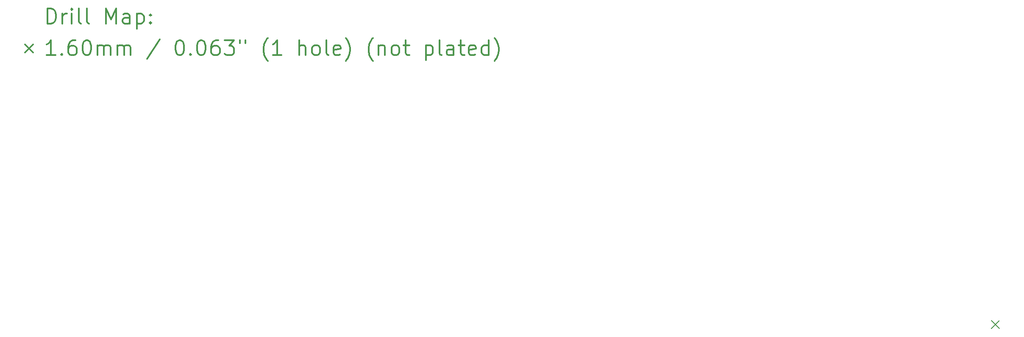
<source format=gbr>
%FSLAX45Y45*%
G04 Gerber Fmt 4.5, Leading zero omitted, Abs format (unit mm)*
G04 Created by KiCad (PCBNEW (5.1.4-0-10_14)) date 2020-02-28 18:02:05*
%MOMM*%
%LPD*%
G04 APERTURE LIST*
%ADD10C,0.200000*%
%ADD11C,0.300000*%
G04 APERTURE END LIST*
D10*
X19139848Y-6401572D02*
X19299848Y-6561572D01*
X19299848Y-6401572D02*
X19139848Y-6561572D01*
D11*
X286429Y-465714D02*
X286429Y-165714D01*
X357857Y-165714D01*
X400714Y-180000D01*
X429286Y-208571D01*
X443571Y-237143D01*
X457857Y-294286D01*
X457857Y-337143D01*
X443571Y-394286D01*
X429286Y-422857D01*
X400714Y-451428D01*
X357857Y-465714D01*
X286429Y-465714D01*
X586429Y-465714D02*
X586429Y-265714D01*
X586429Y-322857D02*
X600714Y-294286D01*
X615000Y-280000D01*
X643571Y-265714D01*
X672143Y-265714D01*
X772143Y-465714D02*
X772143Y-265714D01*
X772143Y-165714D02*
X757857Y-180000D01*
X772143Y-194286D01*
X786428Y-180000D01*
X772143Y-165714D01*
X772143Y-194286D01*
X957857Y-465714D02*
X929286Y-451428D01*
X915000Y-422857D01*
X915000Y-165714D01*
X1115000Y-465714D02*
X1086429Y-451428D01*
X1072143Y-422857D01*
X1072143Y-165714D01*
X1457857Y-465714D02*
X1457857Y-165714D01*
X1557857Y-380000D01*
X1657857Y-165714D01*
X1657857Y-465714D01*
X1929286Y-465714D02*
X1929286Y-308571D01*
X1915000Y-280000D01*
X1886428Y-265714D01*
X1829286Y-265714D01*
X1800714Y-280000D01*
X1929286Y-451428D02*
X1900714Y-465714D01*
X1829286Y-465714D01*
X1800714Y-451428D01*
X1786428Y-422857D01*
X1786428Y-394286D01*
X1800714Y-365714D01*
X1829286Y-351428D01*
X1900714Y-351428D01*
X1929286Y-337143D01*
X2072143Y-265714D02*
X2072143Y-565714D01*
X2072143Y-280000D02*
X2100714Y-265714D01*
X2157857Y-265714D01*
X2186429Y-280000D01*
X2200714Y-294286D01*
X2215000Y-322857D01*
X2215000Y-408571D01*
X2200714Y-437143D01*
X2186429Y-451428D01*
X2157857Y-465714D01*
X2100714Y-465714D01*
X2072143Y-451428D01*
X2343571Y-437143D02*
X2357857Y-451428D01*
X2343571Y-465714D01*
X2329286Y-451428D01*
X2343571Y-437143D01*
X2343571Y-465714D01*
X2343571Y-280000D02*
X2357857Y-294286D01*
X2343571Y-308571D01*
X2329286Y-294286D01*
X2343571Y-280000D01*
X2343571Y-308571D01*
X-160000Y-880000D02*
X0Y-1040000D01*
X0Y-880000D02*
X-160000Y-1040000D01*
X443571Y-1095714D02*
X272143Y-1095714D01*
X357857Y-1095714D02*
X357857Y-795714D01*
X329286Y-838571D01*
X300714Y-867143D01*
X272143Y-881428D01*
X572143Y-1067143D02*
X586429Y-1081429D01*
X572143Y-1095714D01*
X557857Y-1081429D01*
X572143Y-1067143D01*
X572143Y-1095714D01*
X843571Y-795714D02*
X786428Y-795714D01*
X757857Y-810000D01*
X743571Y-824286D01*
X715000Y-867143D01*
X700714Y-924286D01*
X700714Y-1038571D01*
X715000Y-1067143D01*
X729286Y-1081429D01*
X757857Y-1095714D01*
X815000Y-1095714D01*
X843571Y-1081429D01*
X857857Y-1067143D01*
X872143Y-1038571D01*
X872143Y-967143D01*
X857857Y-938571D01*
X843571Y-924286D01*
X815000Y-910000D01*
X757857Y-910000D01*
X729286Y-924286D01*
X715000Y-938571D01*
X700714Y-967143D01*
X1057857Y-795714D02*
X1086429Y-795714D01*
X1115000Y-810000D01*
X1129286Y-824286D01*
X1143571Y-852857D01*
X1157857Y-910000D01*
X1157857Y-981428D01*
X1143571Y-1038571D01*
X1129286Y-1067143D01*
X1115000Y-1081429D01*
X1086429Y-1095714D01*
X1057857Y-1095714D01*
X1029286Y-1081429D01*
X1015000Y-1067143D01*
X1000714Y-1038571D01*
X986428Y-981428D01*
X986428Y-910000D01*
X1000714Y-852857D01*
X1015000Y-824286D01*
X1029286Y-810000D01*
X1057857Y-795714D01*
X1286429Y-1095714D02*
X1286429Y-895714D01*
X1286429Y-924286D02*
X1300714Y-910000D01*
X1329286Y-895714D01*
X1372143Y-895714D01*
X1400714Y-910000D01*
X1415000Y-938571D01*
X1415000Y-1095714D01*
X1415000Y-938571D02*
X1429286Y-910000D01*
X1457857Y-895714D01*
X1500714Y-895714D01*
X1529286Y-910000D01*
X1543571Y-938571D01*
X1543571Y-1095714D01*
X1686428Y-1095714D02*
X1686428Y-895714D01*
X1686428Y-924286D02*
X1700714Y-910000D01*
X1729286Y-895714D01*
X1772143Y-895714D01*
X1800714Y-910000D01*
X1815000Y-938571D01*
X1815000Y-1095714D01*
X1815000Y-938571D02*
X1829286Y-910000D01*
X1857857Y-895714D01*
X1900714Y-895714D01*
X1929286Y-910000D01*
X1943571Y-938571D01*
X1943571Y-1095714D01*
X2529286Y-781428D02*
X2272143Y-1167143D01*
X2915000Y-795714D02*
X2943571Y-795714D01*
X2972143Y-810000D01*
X2986428Y-824286D01*
X3000714Y-852857D01*
X3015000Y-910000D01*
X3015000Y-981428D01*
X3000714Y-1038571D01*
X2986428Y-1067143D01*
X2972143Y-1081429D01*
X2943571Y-1095714D01*
X2915000Y-1095714D01*
X2886428Y-1081429D01*
X2872143Y-1067143D01*
X2857857Y-1038571D01*
X2843571Y-981428D01*
X2843571Y-910000D01*
X2857857Y-852857D01*
X2872143Y-824286D01*
X2886428Y-810000D01*
X2915000Y-795714D01*
X3143571Y-1067143D02*
X3157857Y-1081429D01*
X3143571Y-1095714D01*
X3129286Y-1081429D01*
X3143571Y-1067143D01*
X3143571Y-1095714D01*
X3343571Y-795714D02*
X3372143Y-795714D01*
X3400714Y-810000D01*
X3415000Y-824286D01*
X3429286Y-852857D01*
X3443571Y-910000D01*
X3443571Y-981428D01*
X3429286Y-1038571D01*
X3415000Y-1067143D01*
X3400714Y-1081429D01*
X3372143Y-1095714D01*
X3343571Y-1095714D01*
X3315000Y-1081429D01*
X3300714Y-1067143D01*
X3286428Y-1038571D01*
X3272143Y-981428D01*
X3272143Y-910000D01*
X3286428Y-852857D01*
X3300714Y-824286D01*
X3315000Y-810000D01*
X3343571Y-795714D01*
X3700714Y-795714D02*
X3643571Y-795714D01*
X3615000Y-810000D01*
X3600714Y-824286D01*
X3572143Y-867143D01*
X3557857Y-924286D01*
X3557857Y-1038571D01*
X3572143Y-1067143D01*
X3586428Y-1081429D01*
X3615000Y-1095714D01*
X3672143Y-1095714D01*
X3700714Y-1081429D01*
X3715000Y-1067143D01*
X3729286Y-1038571D01*
X3729286Y-967143D01*
X3715000Y-938571D01*
X3700714Y-924286D01*
X3672143Y-910000D01*
X3615000Y-910000D01*
X3586428Y-924286D01*
X3572143Y-938571D01*
X3557857Y-967143D01*
X3829286Y-795714D02*
X4015000Y-795714D01*
X3915000Y-910000D01*
X3957857Y-910000D01*
X3986428Y-924286D01*
X4000714Y-938571D01*
X4015000Y-967143D01*
X4015000Y-1038571D01*
X4000714Y-1067143D01*
X3986428Y-1081429D01*
X3957857Y-1095714D01*
X3872143Y-1095714D01*
X3843571Y-1081429D01*
X3829286Y-1067143D01*
X4129286Y-795714D02*
X4129286Y-852857D01*
X4243571Y-795714D02*
X4243571Y-852857D01*
X4686429Y-1210000D02*
X4672143Y-1195714D01*
X4643571Y-1152857D01*
X4629286Y-1124286D01*
X4615000Y-1081429D01*
X4600714Y-1010000D01*
X4600714Y-952857D01*
X4615000Y-881428D01*
X4629286Y-838571D01*
X4643571Y-810000D01*
X4672143Y-767143D01*
X4686429Y-752857D01*
X4957857Y-1095714D02*
X4786429Y-1095714D01*
X4872143Y-1095714D02*
X4872143Y-795714D01*
X4843571Y-838571D01*
X4815000Y-867143D01*
X4786429Y-881428D01*
X5315000Y-1095714D02*
X5315000Y-795714D01*
X5443571Y-1095714D02*
X5443571Y-938571D01*
X5429286Y-910000D01*
X5400714Y-895714D01*
X5357857Y-895714D01*
X5329286Y-910000D01*
X5315000Y-924286D01*
X5629286Y-1095714D02*
X5600714Y-1081429D01*
X5586429Y-1067143D01*
X5572143Y-1038571D01*
X5572143Y-952857D01*
X5586429Y-924286D01*
X5600714Y-910000D01*
X5629286Y-895714D01*
X5672143Y-895714D01*
X5700714Y-910000D01*
X5715000Y-924286D01*
X5729286Y-952857D01*
X5729286Y-1038571D01*
X5715000Y-1067143D01*
X5700714Y-1081429D01*
X5672143Y-1095714D01*
X5629286Y-1095714D01*
X5900714Y-1095714D02*
X5872143Y-1081429D01*
X5857857Y-1052857D01*
X5857857Y-795714D01*
X6129286Y-1081429D02*
X6100714Y-1095714D01*
X6043571Y-1095714D01*
X6015000Y-1081429D01*
X6000714Y-1052857D01*
X6000714Y-938571D01*
X6015000Y-910000D01*
X6043571Y-895714D01*
X6100714Y-895714D01*
X6129286Y-910000D01*
X6143571Y-938571D01*
X6143571Y-967143D01*
X6000714Y-995714D01*
X6243571Y-1210000D02*
X6257857Y-1195714D01*
X6286428Y-1152857D01*
X6300714Y-1124286D01*
X6315000Y-1081429D01*
X6329286Y-1010000D01*
X6329286Y-952857D01*
X6315000Y-881428D01*
X6300714Y-838571D01*
X6286428Y-810000D01*
X6257857Y-767143D01*
X6243571Y-752857D01*
X6786428Y-1210000D02*
X6772143Y-1195714D01*
X6743571Y-1152857D01*
X6729286Y-1124286D01*
X6715000Y-1081429D01*
X6700714Y-1010000D01*
X6700714Y-952857D01*
X6715000Y-881428D01*
X6729286Y-838571D01*
X6743571Y-810000D01*
X6772143Y-767143D01*
X6786428Y-752857D01*
X6900714Y-895714D02*
X6900714Y-1095714D01*
X6900714Y-924286D02*
X6915000Y-910000D01*
X6943571Y-895714D01*
X6986428Y-895714D01*
X7015000Y-910000D01*
X7029286Y-938571D01*
X7029286Y-1095714D01*
X7215000Y-1095714D02*
X7186428Y-1081429D01*
X7172143Y-1067143D01*
X7157857Y-1038571D01*
X7157857Y-952857D01*
X7172143Y-924286D01*
X7186428Y-910000D01*
X7215000Y-895714D01*
X7257857Y-895714D01*
X7286428Y-910000D01*
X7300714Y-924286D01*
X7315000Y-952857D01*
X7315000Y-1038571D01*
X7300714Y-1067143D01*
X7286428Y-1081429D01*
X7257857Y-1095714D01*
X7215000Y-1095714D01*
X7400714Y-895714D02*
X7515000Y-895714D01*
X7443571Y-795714D02*
X7443571Y-1052857D01*
X7457857Y-1081429D01*
X7486428Y-1095714D01*
X7515000Y-1095714D01*
X7843571Y-895714D02*
X7843571Y-1195714D01*
X7843571Y-910000D02*
X7872143Y-895714D01*
X7929286Y-895714D01*
X7957857Y-910000D01*
X7972143Y-924286D01*
X7986428Y-952857D01*
X7986428Y-1038571D01*
X7972143Y-1067143D01*
X7957857Y-1081429D01*
X7929286Y-1095714D01*
X7872143Y-1095714D01*
X7843571Y-1081429D01*
X8157857Y-1095714D02*
X8129286Y-1081429D01*
X8115000Y-1052857D01*
X8115000Y-795714D01*
X8400714Y-1095714D02*
X8400714Y-938571D01*
X8386428Y-910000D01*
X8357857Y-895714D01*
X8300714Y-895714D01*
X8272143Y-910000D01*
X8400714Y-1081429D02*
X8372143Y-1095714D01*
X8300714Y-1095714D01*
X8272143Y-1081429D01*
X8257857Y-1052857D01*
X8257857Y-1024286D01*
X8272143Y-995714D01*
X8300714Y-981428D01*
X8372143Y-981428D01*
X8400714Y-967143D01*
X8500714Y-895714D02*
X8615000Y-895714D01*
X8543571Y-795714D02*
X8543571Y-1052857D01*
X8557857Y-1081429D01*
X8586429Y-1095714D01*
X8615000Y-1095714D01*
X8829286Y-1081429D02*
X8800714Y-1095714D01*
X8743571Y-1095714D01*
X8715000Y-1081429D01*
X8700714Y-1052857D01*
X8700714Y-938571D01*
X8715000Y-910000D01*
X8743571Y-895714D01*
X8800714Y-895714D01*
X8829286Y-910000D01*
X8843571Y-938571D01*
X8843571Y-967143D01*
X8700714Y-995714D01*
X9100714Y-1095714D02*
X9100714Y-795714D01*
X9100714Y-1081429D02*
X9072143Y-1095714D01*
X9015000Y-1095714D01*
X8986429Y-1081429D01*
X8972143Y-1067143D01*
X8957857Y-1038571D01*
X8957857Y-952857D01*
X8972143Y-924286D01*
X8986429Y-910000D01*
X9015000Y-895714D01*
X9072143Y-895714D01*
X9100714Y-910000D01*
X9215000Y-1210000D02*
X9229286Y-1195714D01*
X9257857Y-1152857D01*
X9272143Y-1124286D01*
X9286429Y-1081429D01*
X9300714Y-1010000D01*
X9300714Y-952857D01*
X9286429Y-881428D01*
X9272143Y-838571D01*
X9257857Y-810000D01*
X9229286Y-767143D01*
X9215000Y-752857D01*
M02*

</source>
